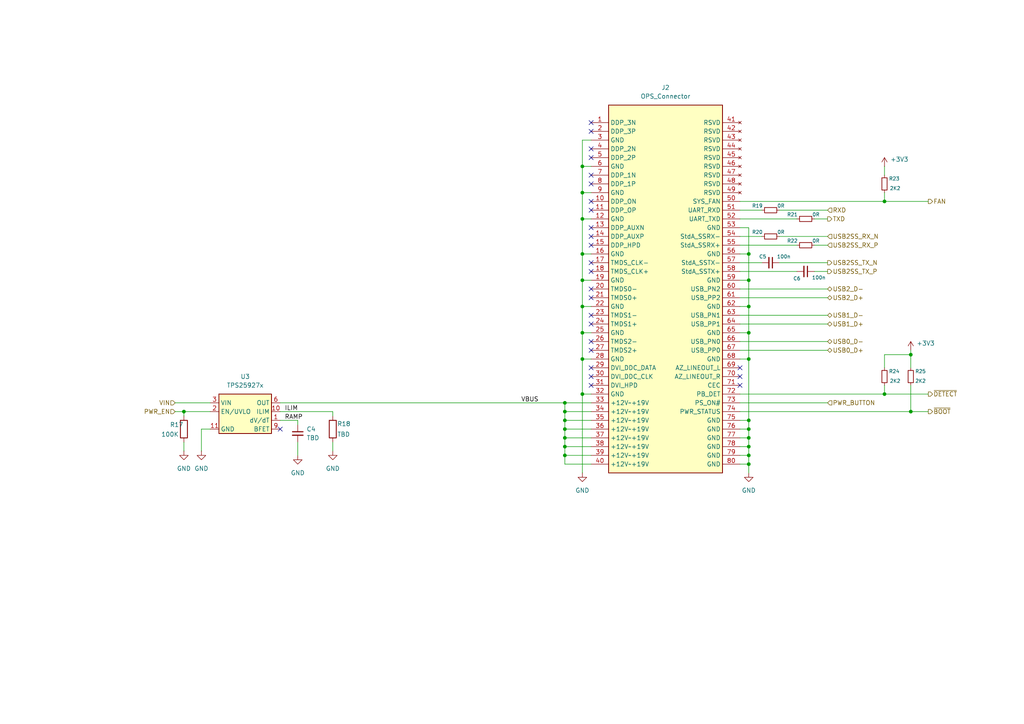
<source format=kicad_sch>
(kicad_sch (version 20250114) (generator "eeschema") (generator_version "9.0")
  (paper "A4")
  (lib_symbols
    (symbol "Device:C_Small" (pin_numbers (hide yes)) (pin_names (offset 0.254) (hide yes))
      (property "Reference" "C" (at 0.254 1.778 0))
      (property "Value" "C_Small" (at 0.254 -2.032 0))
      (symbol "C_Small_0_1"
        (polyline (pts (xy -1.524 0.508) (xy 1.524 0.508)) (stroke (width 0.3048)))
        (polyline (pts (xy -1.524 -0.508) (xy 1.524 -0.508)) (stroke (width 0.3302)))
      )
      (symbol "C_Small_1_1"
        (pin passive line (at 0 2.54 270) (length 2.032) (name "~") (number "1"))
        (pin passive line (at 0 -2.54 90) (length 2.032) (name "~") (number "2"))
      )
    )
    (symbol "Device:R" (pin_numbers (hide yes)) (pin_names (offset 0))
      (property "Reference" "R" (at 2.032 0 90))
      (property "Value" "R" (at 0 0 90))
      (symbol "R_0_1"
        (rectangle (start -1.016 -2.54) (end 1.016 2.54) (stroke (width 0.254)))
      )
      (symbol "R_1_1"
        (pin passive line (at 0 3.81 270) (length 1.27) (name "~") (number "1"))
        (pin passive line (at 0 -3.81 90) (length 1.27) (name "~") (number "2"))
      )
    )
    (symbol "Device:R_Small" (pin_numbers (hide yes)) (pin_names (offset 0.254) (hide yes))
      (property "Reference" "R" (at 0 0 90))
      (property "Value" "R_Small" (at 1.778 0 90))
      (symbol "R_Small_0_1"
        (rectangle (start -0.762 1.778) (end 0.762 -1.778) (stroke (width 0.2032)))
      )
      (symbol "R_Small_1_1"
        (pin passive line (at 0 2.54 270) (length 0.762) (name "~") (number "1"))
        (pin passive line (at 0 -2.54 90) (length 0.762) (name "~") (number "2"))
      )
    )
    (symbol "capable_library:OPS_Connector"
      (property "Reference" "U" (at -16.51 56.515 0))
      (property "Value" "OPS_Connector" (at -16.51 53.975 0))
      (symbol "OPS_Connector_1_1"
        (rectangle (start -16.51 -53.34) (end 16.51 53.34) (stroke (width 0.254)) (fill (type background)))
        (pin output line (at -21.59 48.26 0) (length 5.08) (name "DDP_3N") (number "1"))
        (pin output line (at -21.59 45.72 0) (length 5.08) (name "DDP_3P") (number "2"))
        (pin power_in line (at -21.59 43.18 0) (length 5.08) (name "GND") (number "3"))
        (pin output line (at -21.59 40.64 0) (length 5.08) (name "DDP_2N") (number "4"))
        (pin output line (at -21.59 38.1 0) (length 5.08) (name "DDP_2P") (number "5"))
        (pin power_in line (at -21.59 35.56 0) (length 5.08) (name "GND") (number "6"))
        (pin output line (at -21.59 33.02 0) (length 5.08) (name "DDP_1N") (number "7"))
        (pin output line (at -21.59 30.48 0) (length 5.08) (name "DDP_1P") (number "8"))
        (pin power_in line (at -21.59 27.94 0) (length 5.08) (name "GND") (number "9"))
        (pin output line (at -21.59 25.4 0) (length 5.08) (name "DDP_ON") (number "10"))
        (pin output line (at -21.59 22.86 0) (length 5.08) (name "DDP_OP") (number "11"))
        (pin power_in line (at -21.59 20.32 0) (length 5.08) (name "GND") (number "12"))
        (pin bidirectional line (at -21.59 17.78 0) (length 5.08) (name "DDP_AUXN") (number "13"))
        (pin bidirectional line (at -21.59 15.24 0) (length 5.08) (name "DDP_AUXP") (number "14"))
        (pin input line (at -21.59 12.7 0) (length 5.08) (name "DDP_HPD") (number "15"))
        (pin power_in line (at -21.59 10.16 0) (length 5.08) (name "GND") (number "16"))
        (pin output line (at -21.59 7.62 0) (length 5.08) (name "TMDS_CLK-") (number "17"))
        (pin output line (at -21.59 5.08 0) (length 5.08) (name "TMDS_CLK+") (number "18"))
        (pin power_in line (at -21.59 2.54 0) (length 5.08) (name "GND") (number "19"))
        (pin output line (at -21.59 0 0) (length 5.08) (name "TMDS0-") (number "20"))
        (pin output line (at -21.59 -2.54 0) (length 5.08) (name "TMDS0+") (number "21"))
        (pin power_in line (at -21.59 -5.08 0) (length 5.08) (name "GND") (number "22"))
        (pin output line (at -21.59 -7.62 0) (length 5.08) (name "TMDS1-") (number "23"))
        (pin output line (at -21.59 -10.16 0) (length 5.08) (name "TMDS1+") (number "24"))
        (pin power_in line (at -21.59 -12.7 0) (length 5.08) (name "GND") (number "25"))
        (pin output line (at -21.59 -15.24 0) (length 5.08) (name "TMDS2-") (number "26"))
        (pin output line (at -21.59 -17.78 0) (length 5.08) (name "TMDS2+") (number "27"))
        (pin power_in line (at -21.59 -20.32 0) (length 5.08) (name "GND") (number "28"))
        (pin bidirectional line (at -21.59 -22.86 0) (length 5.08) (name "DVI_DDC_DATA") (number "29"))
        (pin bidirectional line (at -21.59 -25.4 0) (length 5.08) (name "DVI_DDC_CLK") (number "30"))
        (pin input line (at -21.59 -27.94 0) (length 5.08) (name "DVI_HPD") (number "31"))
        (pin power_in line (at -21.59 -30.48 0) (length 5.08) (name "GND") (number "32"))
        (pin power_out line (at -21.59 -33.02 0) (length 5.08) (name "+12V~+19V") (number "33"))
        (pin power_out line (at -21.59 -35.56 0) (length 5.08) (name "+12V~+19V") (number "34"))
        (pin power_out line (at -21.59 -38.1 0) (length 5.08) (name "+12V~+19V") (number "35"))
        (pin power_out line (at -21.59 -40.64 0) (length 5.08) (name "+12V~+19V") (number "36"))
        (pin power_out line (at -21.59 -43.18 0) (length 5.08) (name "+12V~+19V") (number "37"))
        (pin power_out line (at -21.59 -45.72 0) (length 5.08) (name "+12V~+19V") (number "38"))
        (pin power_out line (at -21.59 -48.26 0) (length 5.08) (name "+12V~+19V") (number "39"))
        (pin power_out line (at -21.59 -50.8 0) (length 5.08) (name "+12V~+19V") (number "40"))
        (pin no_connect line (at 21.59 48.26 180) (length 5.08) (name "RSVD") (number "41"))
        (pin no_connect line (at 21.59 45.72 180) (length 5.08) (name "RSVD") (number "42"))
        (pin no_connect line (at 21.59 43.18 180) (length 5.08) (name "RSVD") (number "43"))
        (pin no_connect line (at 21.59 40.64 180) (length 5.08) (name "RSVD") (number "44"))
        (pin no_connect line (at 21.59 38.1 180) (length 5.08) (name "RSVD") (number "45"))
        (pin no_connect line (at 21.59 35.56 180) (length 5.08) (name "RSVD") (number "46"))
        (pin no_connect line (at 21.59 33.02 180) (length 5.08) (name "RSVD") (number "47"))
        (pin no_connect line (at 21.59 30.48 180) (length 5.08) (name "RSVD") (number "48"))
        (pin no_connect line (at 21.59 27.94 180) (length 5.08) (name "RSVD") (number "49"))
        (pin output line (at 21.59 25.4 180) (length 5.08) (name "SYS_FAN") (number "50"))
        (pin input line (at 21.59 22.86 180) (length 5.08) (name "UART_RXD") (number "51"))
        (pin output line (at 21.59 20.32 180) (length 5.08) (name "UART_TXD") (number "52"))
        (pin power_in line (at 21.59 17.78 180) (length 5.08) (name "GND") (number "53"))
        (pin input line (at 21.59 15.24 180) (length 5.08) (name "StdA_SSRX-") (number "54"))
        (pin input line (at 21.59 12.7 180) (length 5.08) (name "StdA_SSRX+") (number "55"))
        (pin power_in line (at 21.59 10.16 180) (length 5.08) (name "GND") (number "56"))
        (pin output line (at 21.59 7.62 180) (length 5.08) (name "StdA_SSTX-") (number "57"))
        (pin output line (at 21.59 5.08 180) (length 5.08) (name "StdA_SSTX+") (number "58"))
        (pin power_in line (at 21.59 2.54 180) (length 5.08) (name "GND") (number "59"))
        (pin bidirectional line (at 21.59 0 180) (length 5.08) (name "USB_PN2") (number "60"))
        (pin bidirectional line (at 21.59 -2.54 180) (length 5.08) (name "USB_PP2") (number "61"))
        (pin power_in line (at 21.59 -5.08 180) (length 5.08) (name "GND") (number "62"))
        (pin bidirectional line (at 21.59 -7.62 180) (length 5.08) (name "USB_PN1") (number "63"))
        (pin bidirectional line (at 21.59 -10.16 180) (length 5.08) (name "USB_PP1") (number "64"))
        (pin power_in line (at 21.59 -12.7 180) (length 5.08) (name "GND") (number "65"))
        (pin bidirectional line (at 21.59 -15.24 180) (length 5.08) (name "USB_PN0") (number "66"))
        (pin bidirectional line (at 21.59 -17.78 180) (length 5.08) (name "USB_PP0") (number "67"))
        (pin power_in line (at 21.59 -20.32 180) (length 5.08) (name "GND") (number "68"))
        (pin output line (at 21.59 -22.86 180) (length 5.08) (name "AZ_LINEOUT_L") (number "69"))
        (pin output line (at 21.59 -25.4 180) (length 5.08) (name "AZ_LINEOUT_R") (number "70"))
        (pin bidirectional line (at 21.59 -27.94 180) (length 5.08) (name "CEC") (number "71"))
        (pin output line (at 21.59 -30.48 180) (length 5.08) (name "PB_DET") (number "72"))
        (pin input line (at 21.59 -33.02 180) (length 5.08) (name "PS_ON#") (number "73"))
        (pin output line (at 21.59 -35.56 180) (length 5.08) (name "PWR_STATUS") (number "74"))
        (pin power_in line (at 21.59 -38.1 180) (length 5.08) (name "GND") (number "75"))
        (pin power_in line (at 21.59 -40.64 180) (length 5.08) (name "GND") (number "76"))
        (pin power_in line (at 21.59 -43.18 180) (length 5.08) (name "GND") (number "77"))
        (pin power_in line (at 21.59 -45.72 180) (length 5.08) (name "GND") (number "78"))
        (pin power_in line (at 21.59 -48.26 180) (length 5.08) (name "GND") (number "79"))
        (pin power_in line (at 21.59 -50.8 180) (length 5.08) (name "GND") (number "80"))
      )
    )
    (symbol "capable_library:TPS25927x"
      (property "Reference" "U?" (at 2.1433 10.16 0))
      (property "Value" "TPS25927x" (at 2.1433 7.62 0))
      (symbol "TPS25927x_0_1"
        (rectangle (start -7.62 5.08) (end 7.62 -6.35) (stroke (width 0.254)) (fill (type background)))
      )
      (symbol "TPS25927x_1_1"
        (pin power_in line (at -10.16 2.54 0) (length 2.54) (name "VIN") (number "3"))
        (pin passive line (at -10.16 2.54 0) (length 2.54) (hide yes) (name "VIN") (number "4"))
        (pin passive line (at -10.16 2.54 0) (length 2.54) (hide yes) (name "VIN") (number "5"))
        (pin input line (at -10.16 0 0) (length 2.54) (name "EN/UVLO") (number "2"))
        (pin power_in line (at -10.16 -5.08 0) (length 2.54) (name "GND") (number "11"))
        (pin power_out line (at 10.16 2.54 180) (length 2.54) (name "OUT") (number "6"))
        (pin passive line (at 10.16 2.54 180) (length 2.54) (hide yes) (name "OUT") (number "7"))
        (pin passive line (at 10.16 2.54 180) (length 2.54) (hide yes) (name "OUT") (number "8"))
        (pin output line (at 10.16 0 180) (length 2.54) (name "ILIM") (number "10"))
        (pin output line (at 10.16 -2.54 180) (length 2.54) (name "dV/dT") (number "1"))
        (pin output line (at 10.16 -5.08 180) (length 2.54) (name "BFET") (number "9"))
      )
    )
    (symbol "power:+3V3" (power) (pin_numbers (hide yes)) (pin_names (offset 0) (hide yes))
      (property "Value" "+3V3" (at 0 3.556 0))
      (symbol "+3V3_0_1"
        (polyline (pts (xy -0.762 1.27) (xy 0 2.54)))
        (polyline (pts (xy 0 2.54) (xy 0.762 1.27)))
        (polyline (pts (xy 0 0) (xy 0 2.54)))
      )
      (symbol "+3V3_1_1"
        (pin power_in line (at 0 0 90) (length 0) (name "~") (number "1"))
      )
    )
    (symbol "power:GND" (power) (pin_numbers (hide yes)) (pin_names (offset 0) (hide yes))
      (property "Value" "GND" (at 0 -3.81 0))
      (symbol "GND_0_1"
        (polyline (pts (xy 0 0) (xy 0 -1.27) (xy 1.27 -1.27) (xy 0 -2.54) (xy -1.27 -1.27) (xy 0 -1.27)))
      )
      (symbol "GND_1_1"
        (pin power_in line (at 0 0 270) (length 0) (name "~") (number "1"))
      )
    )
  )
  (junction (at 163.83 116.84))
  (junction (at 168.91 63.5))
  (junction (at 163.83 132.08))
  (junction (at 168.91 114.3))
  (junction (at 217.17 81.28))
  (junction (at 163.83 119.38))
  (junction (at 217.17 121.92))
  (junction (at 264.16 102.87))
  (junction (at 217.17 124.46))
  (junction (at 217.17 96.52))
  (junction (at 217.17 104.14))
  (junction (at 163.83 121.92))
  (junction (at 217.17 88.9))
  (junction (at 256.54 114.3))
  (junction (at 168.91 96.52))
  (junction (at 168.91 81.28))
  (junction (at 168.91 48.26))
  (junction (at 217.17 127))
  (junction (at 163.83 127))
  (junction (at 217.17 73.66))
  (junction (at 168.91 104.14))
  (junction (at 168.91 88.9))
  (junction (at 217.17 129.54))
  (junction (at 163.83 124.46))
  (junction (at 217.17 134.62))
  (junction (at 217.17 132.08))
  (junction (at 168.91 73.66))
  (junction (at 163.83 129.54))
  (junction (at 53.34 119.38))
  (junction (at 256.54 58.42))
  (junction (at 264.16 119.38))
  (junction (at 168.91 55.88))
  (no_connect (at 171.45 68.58))
  (no_connect (at 171.45 53.34))
  (no_connect (at 171.45 99.06))
  (no_connect (at 171.45 38.1))
  (no_connect (at 171.45 60.96))
  (no_connect (at 171.45 43.18))
  (no_connect (at 171.45 83.82))
  (no_connect (at 171.45 50.8))
  (no_connect (at 171.45 71.12))
  (no_connect (at 171.45 86.36))
  (no_connect (at 214.63 106.68))
  (no_connect (at 171.45 91.44))
  (no_connect (at 171.45 58.42))
  (no_connect (at 171.45 66.04))
  (no_connect (at 171.45 106.68))
  (no_connect (at 171.45 109.22))
  (no_connect (at 214.63 109.22))
  (no_connect (at 171.45 93.98))
  (no_connect (at 171.45 78.74))
  (no_connect (at 171.45 76.2))
  (no_connect (at 214.63 111.76))
  (no_connect (at 171.45 111.76))
  (no_connect (at 171.45 35.56))
  (no_connect (at 81.28 124.46))
  (no_connect (at 171.45 101.6))
  (no_connect (at 171.45 45.72))
  (wire (pts (xy 256.54 55.88) (xy 256.54 58.42)))
  (wire (pts (xy 163.83 129.54) (xy 171.45 129.54)))
  (wire (pts (xy 86.36 128.27) (xy 86.36 132.08)))
  (wire (pts (xy 217.17 137.16) (xy 217.17 134.62)))
  (wire (pts (xy 86.36 123.19) (xy 86.36 121.92)))
  (wire (pts (xy 168.91 96.52) (xy 171.45 96.52)))
  (wire (pts (xy 168.91 88.9) (xy 171.45 88.9)))
  (wire (pts (xy 163.83 129.54) (xy 163.83 127)))
  (wire (pts (xy 236.22 78.74) (xy 240.03 78.74)))
  (wire (pts (xy 214.63 66.04) (xy 217.17 66.04)))
  (wire (pts (xy 217.17 127) (xy 217.17 124.46)))
  (wire (pts (xy 168.91 63.5) (xy 168.91 73.66)))
  (wire (pts (xy 214.63 101.6) (xy 240.03 101.6)))
  (wire (pts (xy 168.91 88.9) (xy 168.91 81.28)))
  (wire (pts (xy 214.63 83.82) (xy 240.03 83.82)))
  (wire (pts (xy 81.28 119.38) (xy 96.52 119.38)))
  (wire (pts (xy 256.54 114.3) (xy 269.24 114.3)))
  (wire (pts (xy 168.91 63.5) (xy 171.45 63.5)))
  (wire (pts (xy 217.17 124.46) (xy 217.17 121.92)))
  (wire (pts (xy 50.8 116.84) (xy 60.96 116.84)))
  (wire (pts (xy 264.16 111.76) (xy 264.16 119.38)))
  (wire (pts (xy 163.83 124.46) (xy 171.45 124.46)))
  (wire (pts (xy 214.63 114.3) (xy 256.54 114.3)))
  (wire (pts (xy 163.83 119.38) (xy 163.83 116.84)))
  (wire (pts (xy 214.63 60.96) (xy 220.98 60.96)))
  (wire (pts (xy 168.91 48.26) (xy 168.91 55.88)))
  (wire (pts (xy 163.83 121.92) (xy 163.83 119.38)))
  (wire (pts (xy 171.45 40.64) (xy 168.91 40.64)))
  (wire (pts (xy 163.83 134.62) (xy 163.83 132.08)))
  (wire (pts (xy 264.16 101.6) (xy 264.16 102.87)))
  (wire (pts (xy 256.54 48.26) (xy 256.54 50.8)))
  (wire (pts (xy 217.17 96.52) (xy 217.17 88.9)))
  (wire (pts (xy 214.63 76.2) (xy 220.98 76.2)))
  (wire (pts (xy 168.91 55.88) (xy 171.45 55.88)))
  (wire (pts (xy 168.91 96.52) (xy 168.91 88.9)))
  (wire (pts (xy 168.91 137.16) (xy 168.91 114.3)))
  (wire (pts (xy 264.16 119.38) (xy 269.24 119.38)))
  (wire (pts (xy 53.34 128.27) (xy 53.34 130.81)))
  (wire (pts (xy 214.63 124.46) (xy 217.17 124.46)))
  (wire (pts (xy 168.91 114.3) (xy 171.45 114.3)))
  (wire (pts (xy 217.17 129.54) (xy 217.17 127)))
  (wire (pts (xy 168.91 104.14) (xy 171.45 104.14)))
  (wire (pts (xy 86.36 121.92) (xy 81.28 121.92)))
  (wire (pts (xy 163.83 127) (xy 163.83 124.46)))
  (wire (pts (xy 256.54 58.42) (xy 269.24 58.42)))
  (wire (pts (xy 236.22 63.5) (xy 240.03 63.5)))
  (wire (pts (xy 163.83 127) (xy 171.45 127)))
  (wire (pts (xy 53.34 119.38) (xy 53.34 120.65)))
  (wire (pts (xy 214.63 91.44) (xy 240.03 91.44)))
  (wire (pts (xy 217.17 132.08) (xy 217.17 129.54)))
  (wire (pts (xy 256.54 102.87) (xy 264.16 102.87)))
  (wire (pts (xy 53.34 119.38) (xy 60.96 119.38)))
  (wire (pts (xy 50.8 119.38) (xy 53.34 119.38)))
  (wire (pts (xy 168.91 114.3) (xy 168.91 104.14)))
  (wire (pts (xy 163.83 132.08) (xy 163.83 129.54)))
  (wire (pts (xy 81.28 116.84) (xy 163.83 116.84)))
  (wire (pts (xy 163.83 124.46) (xy 163.83 121.92)))
  (wire (pts (xy 168.91 40.64) (xy 168.91 48.26)))
  (wire (pts (xy 168.91 55.88) (xy 168.91 63.5)))
  (wire (pts (xy 217.17 66.04) (xy 217.17 73.66)))
  (wire (pts (xy 214.63 104.14) (xy 217.17 104.14)))
  (wire (pts (xy 214.63 116.84) (xy 240.03 116.84)))
  (wire (pts (xy 226.06 76.2) (xy 240.03 76.2)))
  (wire (pts (xy 236.22 71.12) (xy 240.03 71.12)))
  (wire (pts (xy 214.63 129.54) (xy 217.17 129.54)))
  (wire (pts (xy 96.52 128.27) (xy 96.52 130.81)))
  (wire (pts (xy 171.45 134.62) (xy 163.83 134.62)))
  (wire (pts (xy 163.83 132.08) (xy 171.45 132.08)))
  (wire (pts (xy 217.17 121.92) (xy 217.17 104.14)))
  (wire (pts (xy 214.63 88.9) (xy 217.17 88.9)))
  (wire (pts (xy 168.91 104.14) (xy 168.91 96.52)))
  (wire (pts (xy 264.16 102.87) (xy 264.16 106.68)))
  (wire (pts (xy 171.45 119.38) (xy 163.83 119.38)))
  (wire (pts (xy 214.63 78.74) (xy 231.14 78.74)))
  (wire (pts (xy 58.42 124.46) (xy 58.42 130.81)))
  (wire (pts (xy 214.63 96.52) (xy 217.17 96.52)))
  (wire (pts (xy 226.06 60.96) (xy 240.03 60.96)))
  (wire (pts (xy 214.63 58.42) (xy 256.54 58.42)))
  (wire (pts (xy 163.83 116.84) (xy 171.45 116.84)))
  (wire (pts (xy 226.06 68.58) (xy 240.03 68.58)))
  (wire (pts (xy 214.63 93.98) (xy 240.03 93.98)))
  (wire (pts (xy 256.54 106.68) (xy 256.54 102.87)))
  (wire (pts (xy 217.17 134.62) (xy 217.17 132.08)))
  (wire (pts (xy 214.63 99.06) (xy 240.03 99.06)))
  (wire (pts (xy 214.63 63.5) (xy 231.14 63.5)))
  (wire (pts (xy 96.52 120.65) (xy 96.52 119.38)))
  (wire (pts (xy 214.63 119.38) (xy 264.16 119.38)))
  (wire (pts (xy 168.91 81.28) (xy 168.91 73.66)))
  (wire (pts (xy 214.63 127) (xy 217.17 127)))
  (wire (pts (xy 168.91 73.66) (xy 171.45 73.66)))
  (wire (pts (xy 214.63 86.36) (xy 240.03 86.36)))
  (wire (pts (xy 214.63 121.92) (xy 217.17 121.92)))
  (wire (pts (xy 214.63 134.62) (xy 217.17 134.62)))
  (wire (pts (xy 217.17 104.14) (xy 217.17 96.52)))
  (wire (pts (xy 168.91 48.26) (xy 171.45 48.26)))
  (wire (pts (xy 214.63 132.08) (xy 217.17 132.08)))
  (wire (pts (xy 217.17 81.28) (xy 214.63 81.28)))
  (wire (pts (xy 256.54 111.76) (xy 256.54 114.3)))
  (wire (pts (xy 214.63 71.12) (xy 231.14 71.12)))
  (wire (pts (xy 214.63 73.66) (xy 217.17 73.66)))
  (wire (pts (xy 163.83 121.92) (xy 171.45 121.92)))
  (wire (pts (xy 214.63 68.58) (xy 220.98 68.58)))
  (wire (pts (xy 168.91 81.28) (xy 171.45 81.28)))
  (wire (pts (xy 217.17 88.9) (xy 217.17 81.28)))
  (wire (pts (xy 60.96 124.46) (xy 58.42 124.46)))
  (wire (pts (xy 217.17 73.66) (xy 217.17 81.28)))
  (label "ILIM" (at 82.55 119.38 0))
  (label "RAMP" (at 82.55 121.92 0))
  (label "VBUS" (at 151.13 116.84 0))
  (hierarchical_label "USB2_D-" (shape bidirectional) (at 240.03 83.82 0))
  (hierarchical_label "USB2_D+" (shape bidirectional) (at 240.03 86.36 0))
  (hierarchical_label "PWR_EN" (shape input) (at 50.8 119.38 180))
  (hierarchical_label "USB2SS_RX_P" (shape input) (at 240.03 71.12 0))
  (hierarchical_label "TXD" (shape output) (at 240.03 63.5 0))
  (hierarchical_label "USB2SS_RX_N" (shape input) (at 240.03 68.58 0))
  (hierarchical_label "PWR_BUTTON" (shape input) (at 240.03 116.84 0))
  (hierarchical_label "RXD" (shape input) (at 240.03 60.96 0))
  (hierarchical_label "USB0_D-" (shape bidirectional) (at 240.03 99.06 0))
  (hierarchical_label "FAN" (shape output) (at 269.24 58.42 0))
  (hierarchical_label "USB2SS_TX_P" (shape output) (at 240.03 78.74 0))
  (hierarchical_label "USB1_D+" (shape bidirectional) (at 240.03 93.98 0))
  (hierarchical_label "USB1_D-" (shape bidirectional) (at 240.03 91.44 0))
  (hierarchical_label "~{DETECT}" (shape output) (at 269.24 114.3 0))
  (hierarchical_label "USB0_D+" (shape bidirectional) (at 240.03 101.6 0))
  (hierarchical_label "~{BOOT}" (shape output) (at 269.24 119.38 0))
  (hierarchical_label "USB2SS_TX_N" (shape output) (at 240.03 76.2 0))
  (hierarchical_label "VIN" (shape input) (at 50.8 116.84 180))
  (symbol (lib_id "Device:R_Small") (at 256.54 53.34 0) (unit 1)
    (property "Reference" "R14" (at 257.81 51.8159 0) (effects (font (size 1.016 1.016)) (justify left)))
    (property "Value" "2K2" (at 258.064 54.6099 0) (effects (font (size 1.016 1.016)) (justify left)))
    (property "Footprint" "Resistor_SMD:R_0402_1005Metric" (effects (hide yes)))
    (property "Description" "Resistor, small symbol" (effects (hide yes)))
    (instances (project "ops_cluster" (path "" (reference "R23") (unit 1)) (path "" (reference "R32") (unit 1)) (path "" (reference "R14") (unit 1)) (path "" (reference "R41") (unit 1))))
  )
  (symbol (lib_id "power:GND") (at 58.42 130.81 0) (unit 1)
    (property "Reference" "#PWR07" (effects (hide yes)))
    (property "Value" "GND" (at 58.42 135.89 0))
    (property "Description" "Power symbol creates a global label with name \"GND\" , ground" (effects (hide yes)))
    (instances (project "ops_cluster" (path "" (reference "#PWR015") (unit 1)) (path "" (reference "#PWR023") (unit 1)) (path "" (reference "#PWR07") (unit 1)) (path "" (reference "#PWR031") (unit 1))))
  )
  (symbol (lib_id "Device:R_Small") (at 223.52 60.96 90) (unit 1)
    (property "Reference" "R10" (at 221.2339 59.69 90) (effects (font (size 1.016 1.016)) (justify left)))
    (property "Value" "0R" (at 227.5839 59.69 90) (effects (font (size 1.016 1.016)) (justify left)))
    (property "Footprint" "Resistor_SMD:R_0402_1005Metric" (effects (hide yes)))
    (property "Description" "Resistor, small symbol" (effects (hide yes)))
    (instances (project "ops_cluster" (path "" (reference "R19") (unit 1)) (path "" (reference "R28") (unit 1)) (path "" (reference "R10") (unit 1)) (path "" (reference "R37") (unit 1))))
  )
  (symbol (lib_id "power:+3V3") (at 256.54 48.26 0) (unit 1)
    (property "Reference" "#PWR012" (effects (hide yes)))
    (property "Value" "+3V3" (at 260.858 46.228 0))
    (property "Description" "Power symbol creates a global label with name \"+3V3\"" (effects (hide yes)))
    (instances (project "ops_cluster" (path "" (reference "#PWR020") (unit 1)) (path "" (reference "#PWR028") (unit 1)) (path "" (reference "#PWR012") (unit 1)) (path "" (reference "#PWR036") (unit 1))))
  )
  (symbol (lib_id "Device:R_Small") (at 256.54 109.22 0) (unit 1)
    (property "Reference" "R15" (at 257.81 107.6959 0) (effects (font (size 1.016 1.016)) (justify left)))
    (property "Value" "2K2" (at 258.064 110.4899 0) (effects (font (size 1.016 1.016)) (justify left)))
    (property "Footprint" "Resistor_SMD:R_0402_1005Metric" (effects (hide yes)))
    (property "Description" "Resistor, small symbol" (effects (hide yes)))
    (instances (project "ops_cluster" (path "" (reference "R24") (unit 1)) (path "" (reference "R33") (unit 1)) (path "" (reference "R15") (unit 1)) (path "" (reference "R42") (unit 1))))
  )
  (symbol (lib_id "power:GND") (at 86.36 132.08 0) (unit 1)
    (property "Reference" "#PWR08" (effects (hide yes)))
    (property "Value" "GND" (at 86.36 137.16 0))
    (property "Description" "Power symbol creates a global label with name \"GND\" , ground" (effects (hide yes)))
    (instances (project "ops_cluster" (path "" (reference "#PWR016") (unit 1)) (path "" (reference "#PWR024") (unit 1)) (path "" (reference "#PWR08") (unit 1)) (path "" (reference "#PWR032") (unit 1))))
  )
  (symbol (lib_id "Device:R_Small") (at 264.16 109.22 0) (unit 1)
    (property "Reference" "R16" (at 265.43 107.6959 0) (effects (font (size 1.016 1.016)) (justify left)))
    (property "Value" "2K2" (at 265.43 110.4899 0) (effects (font (size 1.016 1.016)) (justify left)))
    (property "Footprint" "Resistor_SMD:R_0402_1005Metric" (effects (hide yes)))
    (property "Description" "Resistor, small symbol" (effects (hide yes)))
    (instances (project "ops_cluster" (path "" (reference "R25") (unit 1)) (path "" (reference "R34") (unit 1)) (path "" (reference "R16") (unit 1)) (path "" (reference "R43") (unit 1))))
  )
  (symbol (lib_id "Device:C_Small") (at 233.68 78.74 270) (unit 1)
    (property "Reference" "C3" (at 231.1336 80.772 90) (effects (font (size 1.016 1.016))))
    (property "Value" "100n" (at 237.4836 80.518 90) (effects (font (size 1.016 1.016))))
    (property "Footprint" "Capacitor_SMD:C_0402_1005Metric" (effects (hide yes)))
    (property "Description" "Unpolarized capacitor, small symbol" (effects (hide yes)))
    (instances (project "ops_cluster" (path "" (reference "C6") (unit 1)) (path "" (reference "C9") (unit 1)) (path "" (reference "C3") (unit 1)) (path "" (reference "C12") (unit 1))))
  )
  (symbol (lib_id "capable_library:TPS25927x") (at 71.12 119.38 0) (unit 1)
    (property "Reference" "U2" (at 71.12 109.22 0))
    (property "Value" "TPS25927x" (at 71.12 111.76 0))
    (property "Footprint" "Package_SON:VSON-10-1EP_3x3mm_P0.5mm_EP1.2x2mm" (effects (hide yes)))
    (property "Description" "5V/12V eFuse Protection Switch (VSON-10)" (effects (hide yes)))
    (instances (project "" (path "" (reference "U3") (unit 1)) (path "" (reference "U4") (unit 1)) (path "" (reference "U2") (unit 1)) (path "" (reference "U5") (unit 1))))
  )
  (symbol (lib_id "Device:R_Small") (at 233.68 71.12 90) (unit 1)
    (property "Reference" "R13" (at 231.3939 69.85 90) (effects (font (size 1.016 1.016)) (justify left)))
    (property "Value" "0R" (at 237.7439 69.85 90) (effects (font (size 1.016 1.016)) (justify left)))
    (property "Footprint" "Resistor_SMD:R_0402_1005Metric" (effects (hide yes)))
    (property "Description" "Resistor, small symbol" (effects (hide yes)))
    (instances (project "ops_cluster" (path "" (reference "R22") (unit 1)) (path "" (reference "R31") (unit 1)) (path "" (reference "R13") (unit 1)) (path "" (reference "R40") (unit 1))))
  )
  (symbol (lib_id "capable_library:OPS_Connector") (at 193.04 83.82 0) (unit 1)
    (property "Reference" "J1" (at 193.04 25.4 0))
    (property "Value" "OPS_Connector" (at 193.04 27.94 0))
    (instances (project "ops_cluster" (path "" (reference "J2") (unit 1)) (path "" (reference "J3") (unit 1)) (path "" (reference "J1") (unit 1)) (path "" (reference "J4") (unit 1))))
  )
  (symbol (lib_id "Device:R_Small") (at 223.52 68.58 90) (unit 1)
    (property "Reference" "R11" (at 221.2339 67.31 90) (effects (font (size 1.016 1.016)) (justify left)))
    (property "Value" "0R" (at 227.5839 67.31 90) (effects (font (size 1.016 1.016)) (justify left)))
    (property "Footprint" "Resistor_SMD:R_0402_1005Metric" (effects (hide yes)))
    (property "Description" "Resistor, small symbol" (effects (hide yes)))
    (instances (project "ops_cluster" (path "" (reference "R20") (unit 1)) (path "" (reference "R29") (unit 1)) (path "" (reference "R11") (unit 1)) (path "" (reference "R38") (unit 1))))
  )
  (symbol (lib_id "power:+3V3") (at 264.16 101.6 0) (unit 1)
    (property "Reference" "#PWR013" (effects (hide yes)))
    (property "Value" "+3V3" (at 268.478 99.568 0))
    (property "Description" "Power symbol creates a global label with name \"+3V3\"" (effects (hide yes)))
    (instances (project "ops_cluster" (path "" (reference "#PWR021") (unit 1)) (path "" (reference "#PWR029") (unit 1)) (path "" (reference "#PWR013") (unit 1)) (path "" (reference "#PWR037") (unit 1))))
  )
  (symbol (lib_id "Device:R") (at 53.34 124.46 0) (unit 1)
    (property "Reference" "R8" (at 49.276 123.1899 0) (effects (justify left)))
    (property "Value" "100K" (at 46.736 125.9839 0) (effects (justify left)))
    (property "Footprint" "Resistor_SMD:R_0402_1005Metric" (effects (hide yes)))
    (property "Description" "Resistor" (effects (hide yes)))
    (instances (project "" (path "" (reference "R17") (unit 1)) (path "" (reference "R26") (unit 1)) (path "" (reference "R8") (unit 1)) (path "" (reference "R35") (unit 1))))
  )
  (symbol (lib_id "power:GND") (at 96.52 130.81 0) (unit 1)
    (property "Reference" "#PWR09" (effects (hide yes)))
    (property "Value" "GND" (at 96.52 135.89 0))
    (property "Description" "Power symbol creates a global label with name \"GND\" , ground" (effects (hide yes)))
    (instances (project "ops_cluster" (path "" (reference "#PWR017") (unit 1)) (path "" (reference "#PWR025") (unit 1)) (path "" (reference "#PWR09") (unit 1)) (path "" (reference "#PWR033") (unit 1))))
  )
  (symbol (lib_id "Device:R") (at 96.52 124.46 0) (unit 1)
    (property "Reference" "R9" (at 97.79 122.9359 0) (effects (justify left)))
    (property "Value" "TBD" (at 97.79 125.9839 0) (effects (justify left)))
    (property "Footprint" "Resistor_SMD:R_0402_1005Metric" (effects (hide yes)))
    (property "Description" "Resistor" (effects (hide yes)))
    (instances (project "ops_cluster" (path "" (reference "R18") (unit 1)) (path "" (reference "R27") (unit 1)) (path "" (reference "R9") (unit 1)) (path "" (reference "R36") (unit 1))))
  )
  (symbol (lib_id "power:GND") (at 53.34 130.81 0) (unit 1)
    (property "Reference" "#PWR06" (effects (hide yes)))
    (property "Value" "GND" (at 53.34 135.89 0))
    (property "Description" "Power symbol creates a global label with name \"GND\" , ground" (effects (hide yes)))
    (instances (project "ops_cluster" (path "" (reference "#PWR014") (unit 1)) (path "" (reference "#PWR022") (unit 1)) (path "" (reference "#PWR06") (unit 1)) (path "" (reference "#PWR030") (unit 1))))
  )
  (symbol (lib_id "Device:R_Small") (at 233.68 63.5 90) (unit 1)
    (property "Reference" "R12" (at 231.3939 62.23 90) (effects (font (size 1.016 1.016)) (justify left)))
    (property "Value" "0R" (at 237.7439 62.23 90) (effects (font (size 1.016 1.016)) (justify left)))
    (property "Footprint" "Resistor_SMD:R_0402_1005Metric" (effects (hide yes)))
    (property "Description" "Resistor, small symbol" (effects (hide yes)))
    (instances (project "ops_cluster" (path "" (reference "R21") (unit 1)) (path "" (reference "R30") (unit 1)) (path "" (reference "R12") (unit 1)) (path "" (reference "R39") (unit 1))))
  )
  (symbol (lib_id "Device:C_Small") (at 86.36 125.73 0) (unit 1)
    (property "Reference" "C1" (at 88.9 124.4662 0) (effects (justify left)))
    (property "Value" "TBD" (at 88.9 127.0062 0) (effects (justify left)))
    (property "Footprint" "Capacitor_SMD:C_0603_1608Metric" (effects (hide yes)))
    (property "Description" "Unpolarized capacitor, small symbol" (effects (hide yes)))
    (instances (project "" (path "" (reference "C4") (unit 1)) (path "" (reference "C7") (unit 1)) (path "" (reference "C1") (unit 1)) (path "" (reference "C10") (unit 1))))
  )
  (symbol (lib_id "Device:C_Small") (at 223.52 76.2 270) (unit 1)
    (property "Reference" "C2" (at 221.2276 74.422 90) (effects (font (size 1.016 1.016))))
    (property "Value" "100n" (at 227.3236 74.422 90) (effects (font (size 1.016 1.016))))
    (property "Footprint" "Capacitor_SMD:C_0402_1005Metric" (effects (hide yes)))
    (property "Description" "Unpolarized capacitor, small symbol" (effects (hide yes)))
    (instances (project "ops_cluster" (path "" (reference "C5") (unit 1)) (path "" (reference "C8") (unit 1)) (path "" (reference "C2") (unit 1)) (path "" (reference "C11") (unit 1))))
  )
  (symbol (lib_id "power:GND") (at 217.17 137.16 0) (unit 1)
    (property "Reference" "#PWR011" (effects (hide yes)))
    (property "Value" "GND" (at 217.17 142.24 0))
    (property "Description" "Power symbol creates a global label with name \"GND\" , ground" (effects (hide yes)))
    (instances (project "ops_cluster" (path "" (reference "#PWR019") (unit 1)) (path "" (reference "#PWR027") (unit 1)) (path "" (reference "#PWR011") (unit 1)) (path "" (reference "#PWR035") (unit 1))))
  )
  (symbol (lib_id "power:GND") (at 168.91 137.16 0) (unit 1)
    (property "Reference" "#PWR010" (effects (hide yes)))
    (property "Value" "GND" (at 168.91 142.24 0))
    (property "Description" "Power symbol creates a global label with name \"GND\" , ground" (effects (hide yes)))
    (instances (project "ops_cluster" (path "" (reference "#PWR018") (unit 1)) (path "" (reference "#PWR026") (unit 1)) (path "" (reference "#PWR010") (unit 1)) (path "" (reference "#PWR034") (unit 1))))
  )
)
</source>
